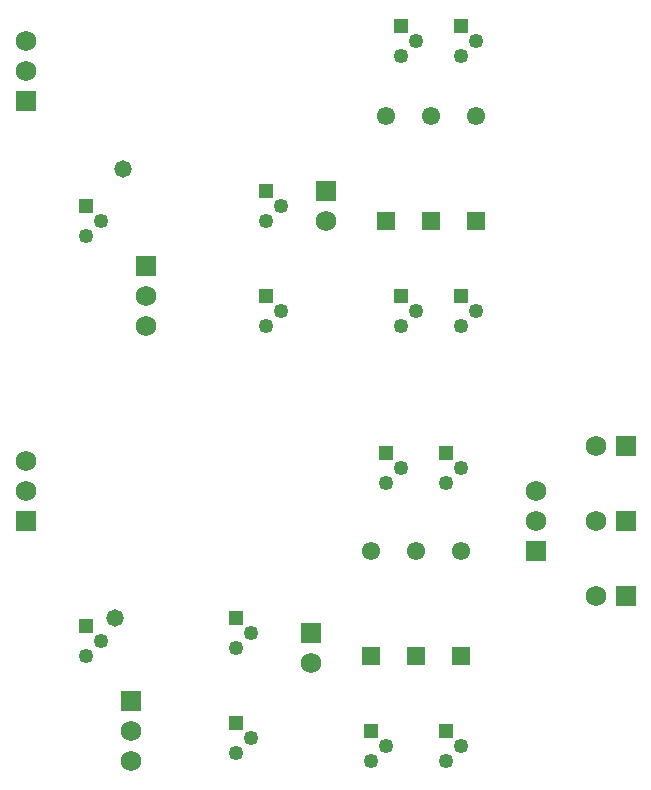
<source format=gbs>
G04*
G04 #@! TF.GenerationSoftware,Altium Limited,Altium Designer,23.11.1 (41)*
G04*
G04 Layer_Color=16711935*
%FSLAX44Y44*%
%MOMM*%
G71*
G04*
G04 #@! TF.SameCoordinates,1A69B1BA-F8A6-4B25-9280-10EF192BA1B0*
G04*
G04*
G04 #@! TF.FilePolarity,Negative*
G04*
G01*
G75*
%ADD15R,1.7272X1.7272*%
%ADD16C,1.7272*%
%ADD17C,1.2532*%
%ADD18R,1.2532X1.2532*%
%ADD19R,1.5500X1.5500*%
%ADD20C,1.5500*%
%ADD21R,1.7272X1.7272*%
%ADD22C,1.4732*%
D15*
X279400Y838200D02*
D03*
X381000Y698500D02*
D03*
X533400Y762000D02*
D03*
X279400Y482600D02*
D03*
X520700Y387400D02*
D03*
X711200Y457200D02*
D03*
X368300Y330200D02*
D03*
D16*
X279400Y863600D02*
D03*
Y889000D02*
D03*
X381000Y673100D02*
D03*
Y647700D02*
D03*
X533400Y736600D02*
D03*
X762000Y546100D02*
D03*
Y419100D02*
D03*
Y482600D02*
D03*
X279400Y533400D02*
D03*
Y508000D02*
D03*
X520700Y362000D02*
D03*
X711200Y508000D02*
D03*
Y482600D02*
D03*
X368300Y279400D02*
D03*
Y304800D02*
D03*
D17*
X330200Y723900D02*
D03*
X342900Y736600D02*
D03*
X482600D02*
D03*
X495300Y749300D02*
D03*
X482600Y647700D02*
D03*
X495300Y660400D02*
D03*
X596900Y647700D02*
D03*
X609600Y660400D02*
D03*
X647700Y647700D02*
D03*
X660400Y660400D02*
D03*
X647700Y876300D02*
D03*
X660400Y889000D02*
D03*
X596900Y876300D02*
D03*
X609600Y889000D02*
D03*
X647700Y292100D02*
D03*
X635000Y279400D02*
D03*
X647700Y527100D02*
D03*
X635000Y514400D02*
D03*
X584200Y292100D02*
D03*
X571500Y279400D02*
D03*
X596900Y527100D02*
D03*
X584200Y514400D02*
D03*
X469900Y298500D02*
D03*
X457200Y285800D02*
D03*
X469900Y387400D02*
D03*
X457200Y374700D02*
D03*
X342900Y381000D02*
D03*
X330200Y368300D02*
D03*
D18*
Y749300D02*
D03*
X482600Y762000D02*
D03*
Y673100D02*
D03*
X596900D02*
D03*
X647700D02*
D03*
Y901700D02*
D03*
X596900D02*
D03*
X635000Y304800D02*
D03*
Y539800D02*
D03*
X571500Y304800D02*
D03*
X584200Y539800D02*
D03*
X457200Y311200D02*
D03*
Y400100D02*
D03*
X330200Y393700D02*
D03*
D19*
X584200Y736600D02*
D03*
X660400D02*
D03*
X622300D02*
D03*
X647700Y368400D02*
D03*
X609600D02*
D03*
X571500D02*
D03*
D20*
X584200Y825400D02*
D03*
X660400D02*
D03*
X622300D02*
D03*
X647700Y457200D02*
D03*
X609600D02*
D03*
X571500D02*
D03*
D21*
X787400Y546100D02*
D03*
Y419100D02*
D03*
Y482600D02*
D03*
D22*
X361696Y780796D02*
D03*
X355092Y400092D02*
D03*
M02*

</source>
